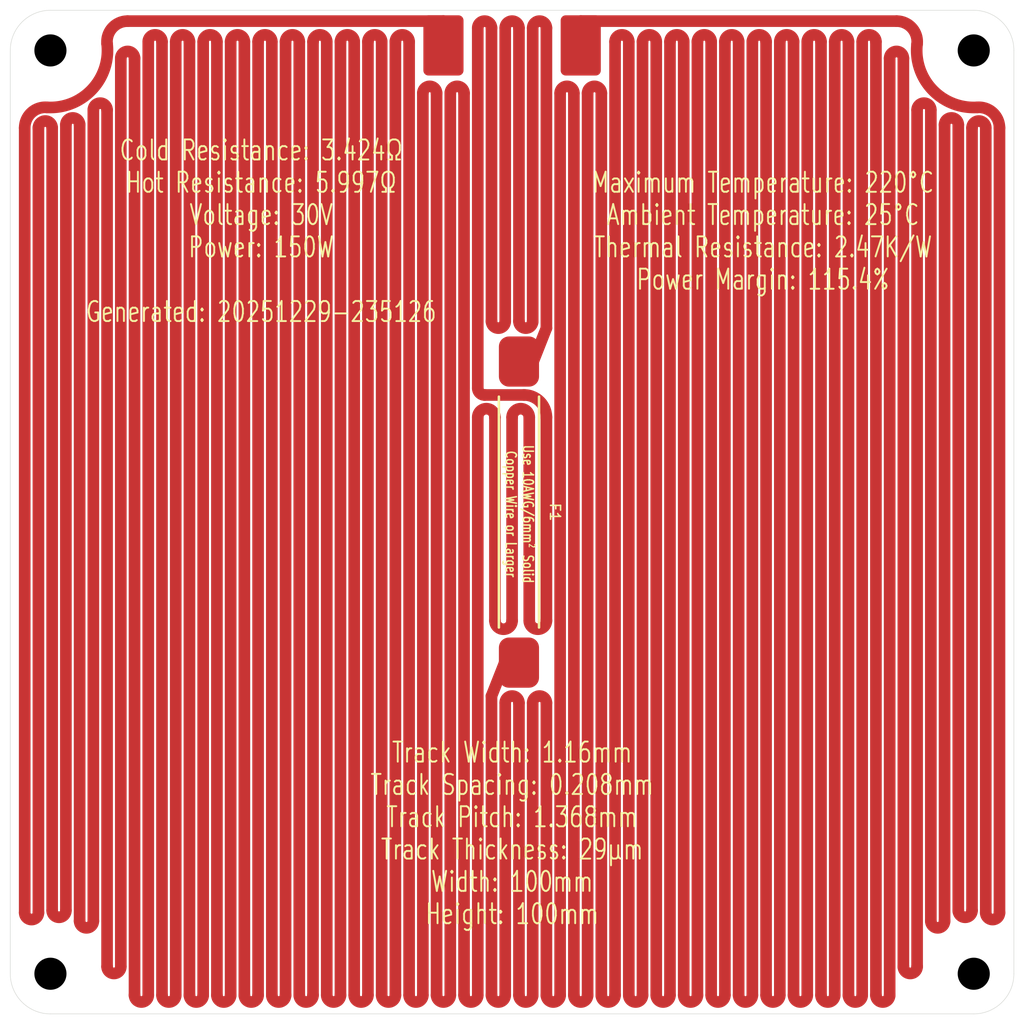
<source format=kicad_pcb>
(kicad_pcb (version 20241229) (generator "pcbnew") (generator_version "9.0")
  (layers (0 "F.Cu" signal) (2 "B.Cu" signal) (13 "F.Paste" user) (15 "B.Paste" user) (5 "F.SilkS" user "F.Silkscreen") (7 "B.SilkS" user "B.Silkscreen") (1 "F.Mask" user) (3 "B.Mask" user) (25 "Edge.Cuts" user))
  (net 0 "")
  (net 1 "Net-(J2-Pin_1)")
  (net 2 "Net-(J1-Pin_1)")
  (footprint "blg:MountingHole_3.2mm_M3_NoPad_TopLarge" (layer "F.Cu") (at 151 59)
    (property "Reference" "REF**" (hide yes))
    (property "Value" "MountingHole_3.2mm_M3_NoPad_TopLarge" (hide yes))
    (pad "" np_thru_hole circle (at 0 0) (size 7.6 7.6) (drill 3.2) (layers))
  )
  (footprint "blg:SMD_PowerConnection_4x6mm" (layer "F.Cu") (at 111.84 58.5 -90)
    (property "Reference" "J2" (hide yes))
    (property "Value" "Hotplate_Power_Connection" (hide yes))
    (pad "1" smd roundrect (at 0 0 270) (size 6 4) (layers "F.Cu" "F.Mask" "F.Paste") (roundrect_rratio 0.125) (net 1 "Net-(J2-Pin_1)"))
  )
  (footprint "blg:MountingHole_3.2mm_M3_NoPad_TopLarge" (layer "F.Cu") (at 59 151)
    (property "Reference" "REF**" (hide yes))
    (property "Value" "MountingHole_3.2mm_M3_NoPad_TopLarge" (hide yes))
    (pad "" np_thru_hole circle (at 0 0) (size 7.6 7.6) (drill 3.2) (layers))
  )
  (footprint "blg:MountingHole_3.2mm_M3_NoPad_TopLarge" (layer "F.Cu") (at 151 151)
    (property "Reference" "REF**" (hide yes))
    (property "Value" "MountingHole_3.2mm_M3_NoPad_TopLarge" (hide yes))
    (pad "" np_thru_hole circle (at 0 0) (size 7.6 7.6) (drill 3.2) (layers))
  )
  (footprint "blg:SMD_PowerConnection_4x6mm" (layer "F.Cu") (at 98.16 58.5 -90)
    (property "Reference" "J1" (hide yes))
    (property "Value" "Hotplate_Power_Connection" (hide yes))
    (pad "1" smd roundrect (at 0 0 270) (size 6 4) (layers "F.Cu" "F.Mask" "F.Paste") (roundrect_rratio 0.125) (net 2 "Net-(J1-Pin_1)"))
  )
  (footprint "blg:Thermal Fuse, SN100C, Front, 35mm" (layer "F.Cu") (at 105.684 105 -90)
    (property "Reference" "F1" (at 0 -3.6 270) (layer "F.SilkS"))
    (property "Value" "~")
    (fp_line (start -11.5 2) (end 11.5 2) (stroke (width 0.25)) (layer "F.SilkS"))
    (fp_line (start -11.5 -2) (end 11.5 -2) (stroke (width 0.25)) (layer "F.SilkS"))
    (fp_text user "Use 10AWG/6mm  Solid" (at 0.2 -0.9 270) (layer "F.SilkS") (effects (font (size 1 0.75))))
    (fp_text user "2" (at 3.35 -1.3 270) (layer "F.SilkS") (effects (font (size 0.6 0.4) (thickness 0.1))))
    (fp_text user "Copper Wire or Larger" (at 0.2 0.8 270) (layer "F.SilkS") (effects (font (size 1 0.75))))
    (pad "1" smd roundrect (at -15 0 270) (size 5 4) (layers "F.Cu" "F.Mask") (net 2 "Net-(J1-Pin_1)"))
    (pad "2" smd roundrect (at 15 0 270) (size 5 4) (layers "F.Cu" "F.Mask") (net 1 "Net-(J2-Pin_1)"))
  )
  (footprint "blg:MountingHole_3.2mm_M3_NoPad_TopLarge" (layer "F.Cu") (at 59 59)
    (property "Reference" "REF**" (hide yes))
    (property "Value" "MountingHole_3.2mm_M3_NoPad_TopLarge" (hide yes))
    (pad "" np_thru_hole circle (at 0 0) (size 7.6 7.6) (drill 3.2) (layers))
  )
  (gr_arc (start 55 59) (mid 56.171573 56.171573) (end 59 55) (stroke (width 0.05)) (layer "Edge.Cuts"))
  (gr_line (start 155 59) (end 155 151) (stroke (width 0.05)) (layer "Edge.Cuts"))
  (gr_arc (start 59 155) (mid 56.171573 153.828427) (end 55 151) (stroke (width 0.05)) (layer "Edge.Cuts"))
  (gr_line (start 59 155) (end 151 155) (stroke (width 0.05)) (layer "Edge.Cuts"))
  (gr_line (start 55 59) (end 55 151) (stroke (width 0.05)) (layer "Edge.Cuts"))
  (gr_arc (start 155 151) (mid 153.828427 153.828427) (end 151 155) (stroke (width 0.05)) (layer "Edge.Cuts"))
  (gr_arc (start 151 55) (mid 153.828427 56.171573) (end 155 59) (stroke (width 0.05)) (layer "Edge.Cuts"))
  (gr_line (start 59 55) (end 151 55) (stroke (width 0.05)) (layer "Edge.Cuts"))
  (gr_text "Track Width: 1.16mm\nTrack Spacing: 0.208mm\nTrack Pitch: 1.368mm\nTrack Thickness: 29µm\nWidth: 100mm\nHeight: 100mm" (at 105 137 0) (layer "F.SilkS") (effects (font (size 2 1.5) (thickness 0.1875))))
  (gr_text "Maximum Temperature: 220°C\nAmbient Temperature: 25°C\nThermal Resistance: 2.47K/W\nPower Margin: 115.4%" (at 130 77 0) (layer "F.SilkS") (effects (font (size 2 1.5) (thickness 0.1875))))
  (gr_text "Cold Resistance: 3.424Ω\nHot Resistance: 5.997Ω\nVoltage: 30V\nPower: 150W\n\nGenerated: 20251229-235126" (at 80 77 0) (layer "F.SilkS") (effects (font (size 2 1.5) (thickness 0.1875))))
  (segment (start 109.788 153.131999) (end 109.788 63.263999) (width 1.16) (layer "F.Cu") (net 1))
  (segment (start 146.724 64.936673) (end 146.724 145.741772) (width 1.16) (layer "F.Cu") (net 1))
  (segment (start 107.051999 153.131999) (end 107.051999 124.014) (width 1.16) (layer "F.Cu") (net 1))
  (segment (start 153.564 144.915838) (end 153.564 66.719038) (width 1.16) (layer "F.Cu") (net 1))
  (segment (start 123.467999 153.131999) (end 123.467999 58.132) (width 1.16) (layer "F.Cu") (net 1))
  (segment (start 139.884 153.131999) (end 139.884 58.132) (width 1.16) (layer "F.Cu") (net 1))
  (segment (start 112.524 153.131999) (end 112.524 63.263999) (width 1.16) (layer "F.Cu") (net 1))
  (segment (start 108.419999 124.014) (end 108.419999 153.131999) (width 1.16) (layer "F.Cu") (net 1))
  (segment (start 135.779999 58.132) (end 135.779999 153.131999) (width 1.16) (layer "F.Cu") (net 1))
  (segment (start 128.94 153.131999) (end 128.94 58.132) (width 1.16) (layer "F.Cu") (net 1))
  (segment (start 150.828 144.689794) (end 150.828 66.719038) (width 1.16) (layer "F.Cu") (net 1))
  (segment (start 111.839999 56.08) (end 111.839999 58.5) (width 1.16) (layer "F.Cu") (net 1))
  (segment (start 122.1 58.132) (end 122.1 153.131999) (width 1.16) (layer "F.Cu") (net 1))
  (segment (start 102.948 123.33) (end 104.264 120) (width 1.16) (layer "F.Cu") (net 1))
  (segment (start 116.628 58.132) (end 116.628 153.131999) (width 1.16) (layer "F.Cu") (net 1))
  (segment (start 127.571999 58.132) (end 127.571999 153.131999) (width 1.16) (layer "F.Cu") (net 1))
  (segment (start 134.412 153.131999) (end 134.412 58.132) (width 1.16) (layer "F.Cu") (net 1))
  (segment (start 126.203999 153.131999) (end 126.203999 58.132) (width 1.16) (layer "F.Cu") (net 1))
  (segment (start 149.459999 66.409421) (end 149.459999 144.689794) (width 1.16) (layer "F.Cu") (net 1))
  (segment (start 117.996 153.131999) (end 117.996 58.132) (width 1.16) (layer "F.Cu") (net 1))
  (segment (start 142.62 153.131999) (end 142.62 59.785671) (width 1.16) (layer "F.Cu") (net 1))
  (segment (start 113.892 63.263999) (end 113.892 153.131999) (width 1.16) (layer "F.Cu") (net 1))
  (segment (start 143.988 59.785671) (end 143.988 150.287371) (width 1.16) (layer "F.Cu") (net 1))
  (segment (start 148.092 145.741772) (end 148.092 66.409421) (width 1.16) (layer "F.Cu") (net 1))
  (segment (start 133.043999 58.132) (end 133.043999 153.131999) (width 1.16) (layer "F.Cu") (net 1))
  (segment (start 138.516 58.132) (end 138.516 153.131999) (width 1.16) (layer "F.Cu") (net 1))
  (segment (start 111.155999 63.263999) (end 111.155999 153.131999) (width 1.16) (layer "F.Cu") (net 1))
  (segment (start 130.308 58.132) (end 130.308 153.131999) (width 1.16) (layer "F.Cu") (net 1))
  (segment (start 102.948 123.33) (end 102.948 153.131999) (width 1.16) (layer "F.Cu") (net 1))
  (segment (start 137.148 153.131999) (end 137.148 58.132) (width 1.16) (layer "F.Cu") (net 1))
  (segment (start 141.251999 58.132) (end 141.251999 153.131999) (width 1.16) (layer "F.Cu") (net 1))
  (segment (start 131.675999 153.131999) (end 131.675999 58.132) (width 1.16) (layer "F.Cu") (net 1))
  (segment (start 124.835999 58.132) (end 124.835999 153.131999) (width 1.16) (layer "F.Cu") (net 1))
  (segment (start 145.356 150.287371) (end 145.356 64.936673) (width 1.16) (layer "F.Cu") (net 1))
  (segment (start 115.26 153.131999) (end 115.26 58.132) (width 1.16) (layer "F.Cu") (net 1))
  (segment (start 120.731999 153.131999) (end 120.731999 58.132) (width 1.16) (layer "F.Cu") (net 1))
  (segment (start 104.264 120) (end 105.684 120) (width 1.16) (layer "F.Cu") (net 1))
  (segment (start 104.315999 153.131999) (end 104.315999 124.014) (width 1.16) (layer "F.Cu") (net 1))
  (segment (start 105.684 124.014) (end 105.684 153.131999) (width 1.16) (layer "F.Cu") (net 1))
  (segment (start 143.31285 56.08) (end 111.839999 56.08) (width 1.16) (layer "F.Cu") (net 1))
  (segment (start 119.364 58.132) (end 119.364 153.131999) (width 1.16) (layer "F.Cu") (net 1))
  (segment (start 152.196 66.719038) (end 152.196 144.915838) (width 1.16) (layer "F.Cu") (net 1))
  (arc (start 148.092 66.409421) (mid 148.775999 65.725421) (end 149.459999 66.409421) (width 1.16) (layer "F.Cu") (net 1))
  (arc (start 135.779999 153.131999) (mid 136.464 153.815999) (end 137.148 153.131999) (width 1.16) (layer "F.Cu") (net 1))
  (arc (start 141.251999 153.131999) (mid 141.936 153.815999) (end 142.62 153.131999) (width 1.16) (layer "F.Cu") (net 1))
  (arc (start 126.203999 58.132) (mid 126.888 57.448) (end 127.571999 58.132) (width 1.16) (layer "F.Cu") (net 1))
  (arc (start 143.988 150.287371) (mid 144.672 150.971371) (end 145.356 150.287371) (width 1.16) (layer "F.Cu") (net 1))
  (arc (start 127.571999 153.131999) (mid 128.255999 153.815999) (end 128.94 153.131999) (width 1.16) (layer "F.Cu") (net 1))
  (arc (start 142.62 59.785671) (mid 143.303999 59.101671) (end 143.988 59.785671) (width 1.16) (layer "F.Cu") (net 1))
  (arc (start 153.564 66.719038) (mid 153.008247 65.314778) (end 151.37619 64.671537) (width 1.16) (layer "F.Cu") (net 1))
  (arc (start 134.412 58.132) (mid 135.096 57.448) (end 135.779999 58.132) (width 1.16) (layer "F.Cu") (net 1))
  (arc (start 138.516 153.131999) (mid 139.2 153.815999) (end 139.884 153.131999) (width 1.16) (layer "F.Cu") (net 1))
  (arc (start 152.196 144.915838) (mid 152.88 145.599838) (end 153.564 144.915838) (width 1.16) (layer "F.Cu") (net 1))
  (arc (start 149.459999 144.689794) (mid 150.144 145.373794) (end 150.828 144.689794) (width 1.16) (layer "F.Cu") (net 1))
  (arc (start 119.364 153.131999) (mid 120.047999 153.815999) (end 120.731999 153.131999) (width 1.16) (layer "F.Cu") (net 1))
  (arc (start 104.315999 124.014) (mid 105 123.33) (end 105.684 124.014) (width 1.16) (layer "F.Cu") (net 1))
  (arc (start 124.835999 153.131999) (mid 125.52 153.815999) (end 126.203999 153.131999) (width 1.16) (layer "F.Cu") (net 1))
  (arc (start 151.37619 64.671537) (mid 146.889028 62.925273) (end 145.351892 58.362239) (width 1.16) (layer "F.Cu") (net 1))
  (arc (start 116.628 153.131999) (mid 117.312 153.815999) (end 117.996 153.131999) (width 1.16) (layer "F.Cu") (net 1))
  (arc (start 120.731999 58.132) (mid 121.416 57.448) (end 122.1 58.132) (width 1.16) (layer "F.Cu") (net 1))
  (arc (start 105.684 153.131999) (mid 106.368 153.815999) (end 107.051999 153.131999) (width 1.16) (layer "F.Cu") (net 1))
  (arc (start 117.996 58.132) (mid 118.68 57.448) (end 119.364 58.132) (width 1.16) (layer "F.Cu") (net 1))
  (arc (start 107.051999 124.014) (mid 107.736 123.33) (end 108.419999 124.014) (width 1.16) (layer "F.Cu") (net 1))
  (arc (start 113.892 153.131999) (mid 114.576 153.815999) (end 115.26 153.131999) (width 1.16) (layer "F.Cu") (net 1))
  (arc (start 128.94 58.132) (mid 129.624 57.448) (end 130.308 58.132) (width 1.16) (layer "F.Cu") (net 1))
  (arc (start 112.524 63.263999) (mid 113.207999 62.58) (end 113.892 63.263999) (width 1.16) (layer "F.Cu") (net 1))
  (arc (start 102.948 153.131999) (mid 103.632 153.815999) (end 104.315999 153.131999) (width 1.16) (layer "F.Cu") (net 1))
  (arc (start 145.356 64.936673) (mid 146.04 64.252673) (end 146.724 64.936673) (width 1.16) (layer "F.Cu") (net 1))
  (arc (start 122.1 153.131999) (mid 122.783999 153.815999) (end 123.467999 153.131999) (width 1.16) (layer "F.Cu") (net 1))
  (arc (start 150.828 66.719038) (mid 151.511999 66.035038) (end 152.196 66.719038) (width 1.16) (layer "F.Cu") (net 1))
  (arc (start 139.884 58.132) (mid 140.568 57.448) (end 141.251999 58.132) (width 1.16) (layer "F.Cu") (net 1))
  (arc (start 109.788 63.263999) (mid 110.472 62.58) (end 111.155999 63.263999) (width 1.16) (layer "F.Cu") (net 1))
  (arc (start 130.308 153.131999) (mid 130.991999 153.815999) (end 131.675999 153.131999) (width 1.16) (layer "F.Cu") (net 1))
  (arc (start 123.467999 58.132) (mid 124.152 57.448) (end 124.835999 58.132) (width 1.16) (layer "F.Cu") (net 1))
  (arc (start 146.724 145.741772) (mid 147.408 146.425772) (end 148.092 145.741772) (width 1.16) (layer "F.Cu") (net 1))
  (arc (start 108.419999 153.131999) (mid 109.104 153.815999) (end 109.787999 153.131999) (width 1.16) (layer "F.Cu") (net 1))
  (arc (start 133.043999 153.131999) (mid 133.727999 153.815999) (end 134.412 153.131999) (width 1.16) (layer "F.Cu") (net 1))
  (arc (start 115.26 58.132) (mid 115.943999 57.448) (end 116.628 58.132) (width 1.16) (layer "F.Cu") (net 1))
  (arc (start 111.155999 153.131999) (mid 111.839999 153.815999) (end 112.524 153.131999) (width 1.16) (layer "F.Cu") (net 1))
  (arc (start 143.31285 56.08) (mid 144.843071 56.76484) (end 145.351892 58.362239) (width 1.16) (layer "F.Cu") (net 1))
  (arc (start 137.148 58.132) (mid 137.832 57.448) (end 138.516 58.132) (width 1.16) (layer "F.Cu") (net 1))
  (arc (start 131.675999 58.132) (mid 132.36 57.448) (end 133.043999 58.132) (width 1.16) (layer "F.Cu") (net 1))
  (segment (start 78.323999 153.131999) (end 78.323999 58.132) (width 1.16) (layer "F.Cu") (net 2))
  (segment (start 92.004 153.131999) (end 92.004 58.132) (width 1.16) (layer "F.Cu") (net 2))
  (segment (start 59.172 144.689794) (end 59.172 66.719038) (width 1.16) (layer "F.Cu") (net 2))
  (segment (start 75.588 153.131999) (end 75.588 58.132) (width 1.16) (layer "F.Cu") (net 2))
  (segment (start 98.844 63.263999) (end 98.844 153.131999) (width 1.16) (layer "F.Cu") (net 2))
  (segment (start 93.372 58.132) (end 93.372 153.131999) (width 1.16) (layer "F.Cu") (net 2))
  (segment (start 72.852 153.131999) (end 72.852 58.132) (width 1.16) (layer "F.Cu") (net 2))
  (segment (start 67.38 153.131999) (end 67.38 59.785671) (width 1.16) (layer "F.Cu") (net 2))
  (segment (start 82.428 58.132) (end 82.428 153.131999) (width 1.16) (layer "F.Cu") (net 2))
  (segment (start 87.899999 58.132) (end 87.899999 153.131999) (width 1.16) (layer "F.Cu") (net 2))
  (segment (start 63.275999 64.936673) (end 63.275999 145.741772) (width 1.16) (layer "F.Cu") (net 2))
  (segment (start 85.163999 58.132) (end 85.163999 153.131999) (width 1.16) (layer "F.Cu") (net 2))
  (segment (start 106.71 115.815) (end 106.71 95.553) (width 1.16) (layer "F.Cu") (net 2))
  (segment (start 76.956 58.132) (end 76.956 153.131999) (width 1.16) (layer "F.Cu") (net 2))
  (segment (start 66.687149 56.08) (end 98.16 56.08) (width 1.16) (layer "F.Cu") (net 2))
  (segment (start 86.532 153.131999) (end 86.532 58.132) (width 1.16) (layer "F.Cu") (net 2))
  (segment (start 108.419999 95.553) (end 108.419999 115.815) (width 1.16) (layer "F.Cu") (net 2))
  (segment (start 98.16 56.08) (end 98.16 58.5) (width 1.16) (layer "F.Cu") (net 2))
  (segment (start 61.908 145.741772) (end 61.908 66.409421) (width 1.16) (layer "F.Cu") (net 2))
  (segment (start 97.476 153.131999) (end 97.476 63.263999) (width 1.16) (layer "F.Cu") (net 2))
  (segment (start 89.268 153.131999) (end 89.268 58.132) (width 1.16) (layer "F.Cu") (net 2))
  (segment (start 101.579999 95.553) (end 101.579999 153.131999) (width 1.16) (layer "F.Cu") (net 2))
  (segment (start 74.22 58.132) (end 74.22 153.131999) (width 1.16) (layer "F.Cu") (net 2))
  (segment (start 83.795999 153.131999) (end 83.795999 58.132) (width 1.16) (layer "F.Cu") (net 2))
  (segment (start 102.264 93.33) (end 106.197 93.33) (width 1.16) (layer "F.Cu") (net 2))
  (segment (start 108.419999 86.67) (end 107.104 90) (width 1.16) (layer "F.Cu") (net 2))
  (segment (start 105 95.553) (end 105 115.815) (width 1.16) (layer "F.Cu") (net 2))
  (segment (start 79.692 58.132) (end 79.692 153.131999) (width 1.16) (layer "F.Cu") (net 2))
  (segment (start 90.636 58.132) (end 90.636 153.131999) (width 1.16) (layer "F.Cu") (net 2))
  (segment (start 100.211999 153.131999) (end 100.211999 63.263999) (width 1.16) (layer "F.Cu") (net 2))
  (segment (start 94.74 153.131999) (end 94.74 58.132) (width 1.16) (layer "F.Cu") (net 2))
  (segment (start 104.315999 56.763999) (end 104.315999 85.985999) (width 1.16) (layer "F.Cu") (net 2))
  (segment (start 105.684 85.985999) (end 105.684 56.763999) (width 1.16) (layer "F.Cu") (net 2))
  (segment (start 102.948 85.985999) (end 102.948 56.763999) (width 1.16) (layer "F.Cu") (net 2))
  (segment (start 64.643999 150.287371) (end 64.643999 64.936673) (width 1.16) (layer "F.Cu") (net 2))
  (segment (start 66.012 59.785671) (end 66.012 150.287371) (width 1.16) (layer "F.Cu") (net 2))
  (segment (start 81.059999 153.131999) (end 81.059999 58.132) (width 1.16) (layer "F.Cu") (net 2))
  (segment (start 56.436 144.915838) (end 56.436 66.719038) (width 1.16) (layer "F.Cu") (net 2))
  (segment (start 103.289999 115.815) (end 103.289999 95.553) (width 1.16) (layer "F.Cu") (net 2))
  (segment (start 108.419999 86.67) (end 108.419999 56.763999) (width 1.16) (layer "F.Cu") (net 2))
  (segment (start 107.104 90) (end 105.684 90) (width 1.16) (layer "F.Cu") (net 2))
  (segment (start 68.748 58.132) (end 68.748 153.131999) (width 1.16) (layer "F.Cu") (net 2))
  (segment (start 107.051999 56.763999) (end 107.051999 85.985999) (width 1.16) (layer "F.Cu") (net 2))
  (segment (start 96.108 63.263999) (end 96.108 153.131999) (width 1.16) (layer "F.Cu") (net 2))
  (segment (start 101.579999 56.763999) (end 101.579999 92.645999) (width 1.16) (layer "F.Cu") (net 2))
  (segment (start 70.116 153.131999) (end 70.116 58.132) (width 1.16) (layer "F.Cu") (net 2))
  (segment (start 57.803999 66.719038) (end 57.803999 144.915838) (width 1.16) (layer "F.Cu") (net 2))
  (segment (start 60.54 66.409421) (end 60.54 144.689794) (width 1.16) (layer "F.Cu") (net 2))
  (segment (start 71.484 58.132) (end 71.484 153.131999) (width 1.16) (layer "F.Cu") (net 2))
  (arc (start 100.211999 63.263999) (mid 99.527999 62.58) (end 98.844 63.263999) (width 1.16) (layer "F.Cu") (net 2))
  (arc (start 105 115.815) (mid 104.145 116.67) (end 103.289999 115.815) (width 1.16) (layer "F.Cu") (net 2))
  (arc (start 74.22 153.131999) (mid 73.535999 153.815999) (end 72.852 153.131999) (width 1.16) (layer "F.Cu") (net 2))
  (arc (start 98.844 153.131999) (mid 98.16 153.815999) (end 97.476 153.131999) (width 1.16) (layer "F.Cu") (net 2))
  (arc (start 60.54 144.689794) (mid 59.856 145.373794) (end 59.172 144.689794) (width 1.16) (layer "F.Cu") (net 2))
  (arc (start 82.428 153.131999) (mid 81.744 153.815999) (end 81.059999 153.131999) (width 1.16) (layer "F.Cu") (net 2))
  (arc (start 94.74 58.132) (mid 94.056 57.448) (end 93.372 58.132) (width 1.16) (layer "F.Cu") (net 2))
  (arc (start 56.436 66.719038) (mid 56.991752 65.314778) (end 58.623809 64.671537) (width 1.16) (layer "F.Cu") (net 2))
  (arc (start 81.059999 58.132) (mid 80.376 57.448) (end 79.692 58.132) (width 1.16) (layer "F.Cu") (net 2))
  (arc (start 107.051999 85.985999) (mid 106.368 86.67) (end 105.684 85.985999) (width 1.16) (layer "F.Cu") (net 2))
  (arc (start 103.289999 95.553) (mid 102.435 94.698) (end 101.579999 95.553) (width 1.16) (layer "F.Cu") (net 2))
  (arc (start 85.163999 153.131999) (mid 84.48 153.815999) (end 83.795999 153.131999) (width 1.16) (layer "F.Cu") (net 2))
  (arc (start 102.264 93.33) (mid 101.780338 93.129661) (end 101.579999 92.645999) (width 1.16) (layer "F.Cu") (net 2))
  (arc (start 108.419999 56.763999) (mid 107.736 56.08) (end 107.051999 56.763999) (width 1.16) (layer "F.Cu") (net 2))
  (arc (start 108.419999 115.815) (mid 107.565 116.67) (end 106.71 115.815) (width 1.16) (layer "F.Cu") (net 2))
  (arc (start 101.579999 153.131999) (mid 100.896 153.815999) (end 100.211999 153.131999) (width 1.16) (layer "F.Cu") (net 2))
  (arc (start 76.956 153.131999) (mid 76.271999 153.815999) (end 75.588 153.131999) (width 1.16) (layer "F.Cu") (net 2))
  (arc (start 68.748 153.131999) (mid 68.064 153.815999) (end 67.38 153.131999) (width 1.16) (layer "F.Cu") (net 2))
  (arc (start 96.108 153.131999) (mid 95.423999 153.815999) (end 94.74 153.131999) (width 1.16) (layer "F.Cu") (net 2))
  (arc (start 75.588 58.132) (mid 74.904 57.448) (end 74.22 58.132) (width 1.16) (layer "F.Cu") (net 2))
  (arc (start 90.636 153.131999) (mid 89.951999 153.815999) (end 89.268 153.131999) (width 1.16) (layer "F.Cu") (net 2))
  (arc (start 78.323999 58.132) (mid 77.64 57.448) (end 76.956 58.132) (width 1.16) (layer "F.Cu") (net 2))
  (arc (start 58.623809 64.671537) (mid 63.110971 62.925273) (end 64.648107 58.362239) (width 1.16) (layer "F.Cu") (net 2))
  (arc (start 63.275999 145.741772) (mid 62.591999 146.425772) (end 61.908 145.741772) (width 1.16) (layer "F.Cu") (net 2))
  (arc (start 97.476 63.263999) (mid 96.791999 62.58) (end 96.108 63.263999) (width 1.16) (layer "F.Cu") (net 2))
  (arc (start 61.908 66.409421) (mid 61.224 65.725421) (end 60.54 66.409421) (width 1.16) (layer "F.Cu") (net 2))
  (arc (start 102.948 56.763999) (mid 102.264 56.08) (end 101.58 56.763999) (width 1.16) (layer "F.Cu") (net 2))
  (arc (start 106.71 95.553) (mid 105.854999 94.698) (end 105 95.553) (width 1.16) (layer "F.Cu") (net 2))
  (arc (start 79.692 153.131999) (mid 79.008 153.815999) (end 78.323999 153.131999) (width 1.16) (layer "F.Cu") (net 2))
  (arc (start 59.172 66.719038) (mid 58.488 66.035038) (end 57.803999 66.719038) (width 1.16) (layer "F.Cu") (net 2))
  (arc (start 83.795999 58.132) (mid 83.112 57.448) (end 82.428 58.132) (width 1.16) (layer "F.Cu") (net 2))
  (arc (start 87.899999 153.131999) (mid 87.216 153.815999) (end 86.532 153.131999) (width 1.16) (layer "F.Cu") (net 2))
  (arc (start 89.268 58.132) (mid 88.584 57.448) (end 87.899999 58.132) (width 1.16) (layer "F.Cu") (net 2))
  (arc (start 104.315999 85.985999) (mid 103.632 86.67) (end 102.948 85.985999) (width 1.16) (layer "F.Cu") (net 2))
  (arc (start 72.852 58.132) (mid 72.167999 57.448) (end 71.484 58.132) (width 1.16) (layer "F.Cu") (net 2))
  (arc (start 93.372 153.131999) (mid 92.687999 153.815999) (end 92.004 153.131999) (width 1.16) (layer "F.Cu") (net 2))
  (arc (start 105.684 56.763999) (mid 105 56.08) (end 104.315999 56.763999) (width 1.16) (layer "F.Cu") (net 2))
  (arc (start 64.643999 64.936673) (mid 63.96 64.252673) (end 63.275999 64.936673) (width 1.16) (layer "F.Cu") (net 2))
  (arc (start 66.687149 56.08) (mid 65.156928 56.76484) (end 64.648107 58.362239) (width 1.16) (layer "F.Cu") (net 2))
  (arc (start 57.803999 144.915838) (mid 57.12 145.599838) (end 56.436 144.915838) (width 1.16) (layer "F.Cu") (net 2))
  (arc (start 70.116 58.132) (mid 69.431999 57.448) (end 68.748 58.132) (width 1.16) (layer "F.Cu") (net 2))
  (arc (start 86.532 58.132) (mid 85.848 57.448) (end 85.163999 58.132) (width 1.16) (layer "F.Cu") (net 2))
  (arc (start 92.004 58.132) (mid 91.32 57.448) (end 90.636 58.132) (width 1.16) (layer "F.Cu") (net 2))
  (arc (start 106.197 93.33) (mid 107.768898 93.981101) (end 108.419999 95.553) (width 1.16) (layer "F.Cu") (net 2))
  (arc (start 71.484 153.131999) (mid 70.8 153.815999) (end 70.116 153.131999) (width 1.16) (layer "F.Cu") (net 2))
  (arc (start 66.012 150.287371) (mid 65.328 150.971371) (end 64.643999 150.287371) (width 1.16) (layer "F.Cu") (net 2))
  (arc (start 67.38 59.785671) (mid 66.696 59.101671) (end 66.012 59.785671) (width 1.16) (layer "F.Cu") (net 2))
)
</source>
